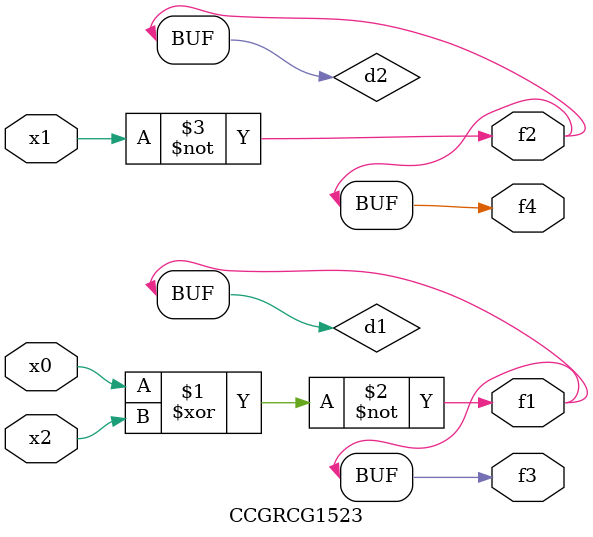
<source format=v>
module CCGRCG1523(
	input x0, x1, x2,
	output f1, f2, f3, f4
);

	wire d1, d2, d3;

	xnor (d1, x0, x2);
	nand (d2, x1);
	nor (d3, x1, x2);
	assign f1 = d1;
	assign f2 = d2;
	assign f3 = d1;
	assign f4 = d2;
endmodule

</source>
